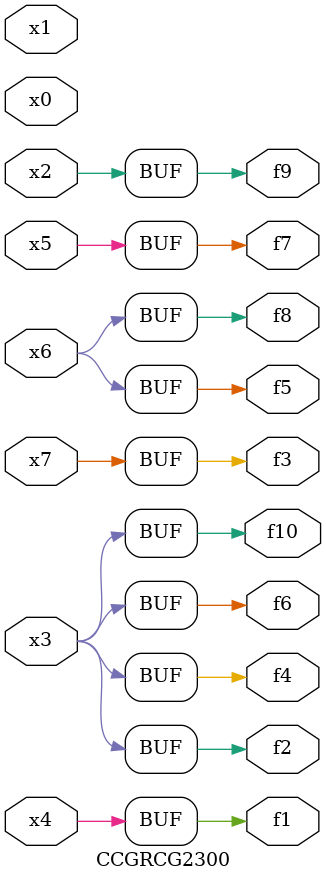
<source format=v>
module CCGRCG2300(
	input x0, x1, x2, x3, x4, x5, x6, x7,
	output f1, f2, f3, f4, f5, f6, f7, f8, f9, f10
);
	assign f1 = x4;
	assign f2 = x3;
	assign f3 = x7;
	assign f4 = x3;
	assign f5 = x6;
	assign f6 = x3;
	assign f7 = x5;
	assign f8 = x6;
	assign f9 = x2;
	assign f10 = x3;
endmodule

</source>
